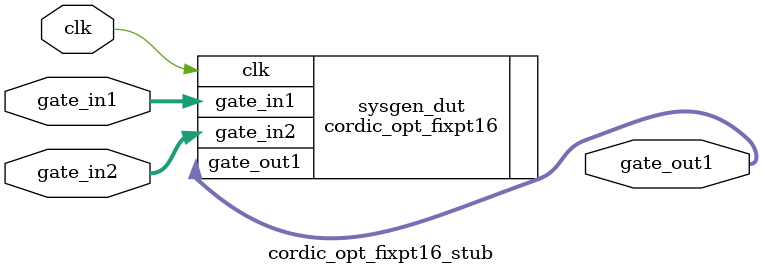
<source format=v>
`timescale 1 ns / 10 ps
module cordic_opt_fixpt16_stub (
  input [16-1:0] gate_in1,
  input [16-1:0] gate_in2,
  input clk,
  output [16-1:0] gate_out1
);
  cordic_opt_fixpt16 sysgen_dut (
    .gate_in1(gate_in1),
    .gate_in2(gate_in2),
    .clk(clk),
    .gate_out1(gate_out1)
  );
endmodule

</source>
